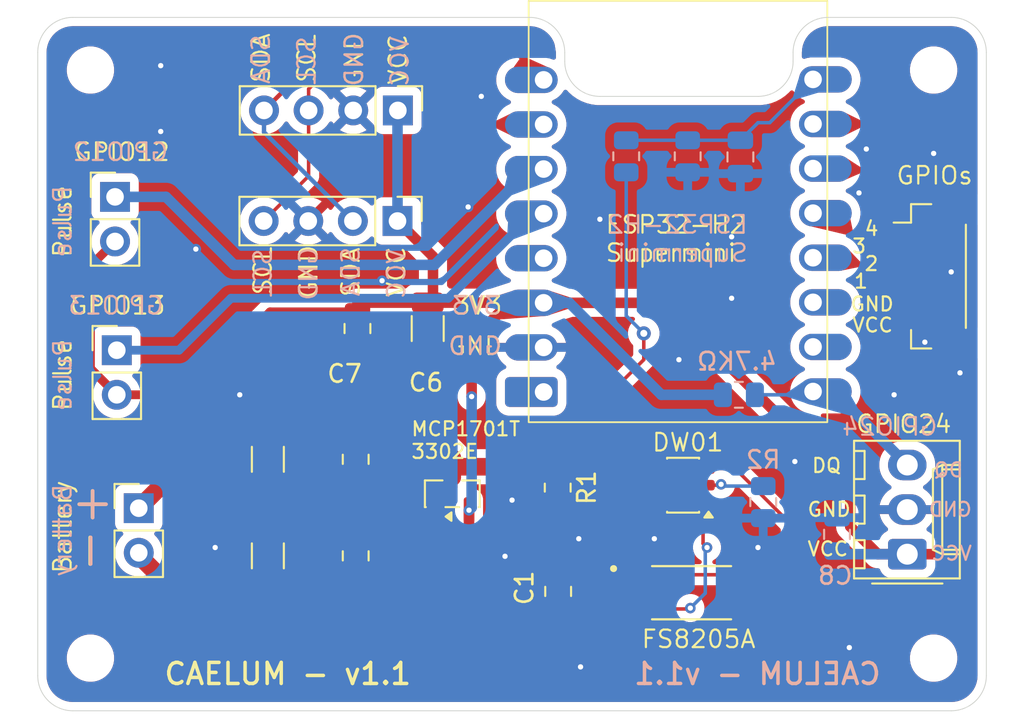
<source format=kicad_pcb>
(kicad_pcb (version 20241229) (generator "pcbnew") (generator_version "9.0")
  (layers (0 "F.Cu" signal) (2 "B.Cu" signal) (13 "F.Paste" user) (15 "B.Paste" user) (5 "F.SilkS" user "F.Silkscreen") (7 "B.SilkS" user "B.Silkscreen") (1 "F.Mask" user) (3 "B.Mask" user) (25 "Edge.Cuts" user))
  (net 0 "")
  (net 1 "Net-(U1-VCC)")
  (net 2 "BATT-")
  (net 3 "OUT-")
  (net 4 "BATT+")
  (net 5 "+3V3")
  (net 6 "Net-(U1-CS)")
  (net 8 "GPIO12")
  (net 9 "SDA")
  (net 10 "SCL")
  (net 12 "GPIO5")
  (net 13 "GPIO1")
  (net 14 "GPIO2")
  (net 15 "GPIO13")
  (net 17 "GPIO24")
  (net 18 "Net-(Q1-D12-Pad1)")
  (net 19 "Net-(Q1-G1)")
  (net 20 "Net-(Q1-G2)")
  (net 21 "GPIO3")
  (net 22 "GPIO4")
  (footprint "Capacitor_SMD:C_0805_2012Metric" (layer "F.Cu") (at 75.2 44.225 -90)
    (property "Reference" "C7" (at 2.575 0.735 0) (layer "F.SilkS"))
    (property "Value" "0.1µF")
    (fp_line (start -0.261252 0.735) (end 0.261252 0.735) (stroke (width 0.12)) (layer "F.SilkS"))
    (fp_line (start -0.261252 -0.735) (end 0.261252 -0.735) (stroke (width 0.12)) (layer "F.SilkS"))
    (pad "1" smd roundrect (at -0.95 0 270) (size 1 1.45) (layers "F.Cu" "F.Mask" "F.Paste") (net 5 "+3V3"))
    (pad "2" smd roundrect (at 0.95 0 270) (size 1 1.45) (layers "F.Cu" "F.Mask" "F.Paste") (net 3 "OUT-"))
  )
  (footprint "MountingHole:MountingHole_2.2mm_M2" (layer "F.Cu") (at 60 63)
    (property "Reference" "H2" (hide yes))
    (property "Value" "MountingHole")
    (pad "" np_thru_hole circle (at 0 0) (size 2.2 2.2) (drill 2.2) (layers "*.Cu" "*.Mask"))
  )
  (footprint "MountingHole:MountingHole_2.2mm_M2" (layer "F.Cu") (at 108 29.5)
    (property "Reference" "H3" (hide yes))
    (property "Value" "MountingHole")
    (pad "" np_thru_hole circle (at 0 0) (size 2.2 2.2) (drill 2.2) (layers "*.Cu" "*.Mask"))
  )
  (footprint "Capacitor_SMD:C_1206_3216Metric" (layer "F.Cu") (at 70.1 57.175 -90)
    (property "Reference" "C4" (hide yes))
    (property "Value" "1µF")
    (fp_line (start -0.711252 0.91) (end 0.711252 0.91) (stroke (width 0.12)) (layer "F.SilkS"))
    (fp_line (start -0.711252 -0.91) (end 0.711252 -0.91) (stroke (width 0.12)) (layer "F.SilkS"))
    (pad "1" smd roundrect (at -1.475 0 270) (size 1.15 1.8) (layers "F.Cu" "F.Mask" "F.Paste") (roundrect_rratio 0.217391) (net 3 "OUT-"))
    (pad "2" smd roundrect (at 1.475 0 270) (size 1.15 1.8) (layers "F.Cu" "F.Mask" "F.Paste") (roundrect_rratio 0.217391) (net 5 "+3V3"))
  )
  (footprint "Connector_PinHeader_2.54mm:PinHeader_1x02_P2.54mm_Vertical" (layer "F.Cu") (at 61.5 45.46)
    (property "Reference" "J6" (hide yes))
    (property "Value" "Pulse2")
    (fp_line (start -1.38 -1.38) (end 0 -1.38) (stroke (width 0.12)) (layer "F.SilkS"))
    (fp_line (start -1.38 0) (end -1.38 -1.38) (stroke (width 0.12)) (layer "F.SilkS"))
    (fp_line (start -1.38 1.27) (end -1.38 3.92) (stroke (width 0.12)) (layer "F.SilkS"))
    (fp_line (start -1.38 1.27) (end 1.38 1.27) (stroke (width 0.12)) (layer "F.SilkS"))
    (fp_line (start -1.38 3.92) (end 1.38 3.92) (stroke (width 0.12)) (layer "F.SilkS"))
    (fp_line (start 1.38 1.27) (end 1.38 3.92) (stroke (width 0.12)) (layer "F.SilkS"))
    (pad "1" thru_hole rect (at 0 0) (size 1.7 1.7) (drill 1) (layers "*.Cu" "*.Mask") (net 15 "GPIO13"))
    (pad "2" thru_hole circle (at 0 2.54) (size 1.7 1.7) (drill 1) (layers "*.Cu" "*.Mask") (net 5 "+3V3"))
  )
  (footprint "Connector_Molex:Molex_KK-254_AE-6410-03A_1x03_P2.54mm_Vertical" (layer "F.Cu") (at 106.5 57.08 90)
    (property "Reference" "J8" (hide yes))
    (property "Value" "DS18B20")
    (fp_line (start 6.46 -3.03) (end -1.38 -3.03) (stroke (width 0.12)) (layer "F.SilkS"))
    (fp_line (start 4.28 -3.03) (end 4.28 -2.43) (stroke (width 0.12)) (layer "F.SilkS"))
    (fp_line (start 1.74 -3.03) (end 1.74 -2.43) (stroke (width 0.12)) (layer "F.SilkS"))
    (fp_line (start -0.8 -3.03) (end -0.8 -2.43) (stroke (width 0.12)) (layer "F.SilkS"))
    (fp_line (start -1.38 -3.03) (end -1.38 2.99) (stroke (width 0.12)) (layer "F.SilkS"))
    (fp_line (start 5.88 -2.43) (end 5.88 -3.03) (stroke (width 0.12)) (layer "F.SilkS"))
    (fp_line (start 4.28 -2.43) (end 5.88 -2.43) (stroke (width 0.12)) (layer "F.SilkS"))
    (fp_line (start 3.34 -2.43) (end 3.34 -3.03) (stroke (width 0.12)) (layer "F.SilkS"))
    (fp_line (start 1.74 -2.43) (end 3.34 -2.43) (stroke (width 0.12)) (layer "F.SilkS"))
    (fp_line (start 0.8 -2.43) (end 0.8 -3.03) (stroke (width 0.12)) (layer "F.SilkS"))
    (fp_line (start -0.8 -2.43) (end 0.8 -2.43) (stroke (width 0.12)) (layer "F.SilkS"))
    (fp_line (start -1.67 -2) (end -1.67 2) (stroke (width 0.12)) (layer "F.SilkS"))
    (fp_line (start 4.83 1.46) (end 5.08 1.99) (stroke (width 0.12)) (layer "F.SilkS"))
    (fp_line (start 0.25 1.46) (end 4.83 1.46) (stroke (width 0.12)) (layer "F.SilkS"))
    (fp_line (start 5.08 1.99) (end 5.08 2.99) (stroke (width 0.12)) (layer "F.SilkS"))
    (fp_line (start 0 1.99) (end 0.25 1.46) (stroke (width 0.12)) (layer "F.SilkS"))
    (fp_line (start 0 1.99) (end 5.08 1.99) (stroke (width 0.12)) (layer "F.SilkS"))
    (fp_line (start 6.46 2.99) (end 6.46 -3.03) (stroke (width 0.12)) (layer "F.SilkS"))
    (fp_line (start 4.83 2.99) (end 4.83 1.99) (stroke (width 0.12)) (layer "F.SilkS"))
    (fp_line (start 0.25 2.99) (end 0.25 1.99) (stroke (width 0.12)) (layer "F.SilkS"))
    (fp_line (start 0 2.99) (end 0 1.99) (stroke (width 0.12)) (layer "F.SilkS"))
    (fp_line (start -1.38 2.99) (end 6.46 2.99) (stroke (width 0.12)) (layer "F.SilkS"))
    (pad "1" thru_hole roundrect (at 0 0 90) (size 1.74 2.19) (drill 1.19) (layers "*.Cu" "*.Mask") (roundrect_rratio 0.143678) (net 5 "+3V3"))
    (pad "2" thru_hole oval (at 2.54 0 90) (size 1.74 2.19) (drill 1.19) (layers "*.Cu" "*.Mask") (net 3 "OUT-"))
    (pad "3" thru_hole oval (at 5.08 0 90) (size 1.74 2.19) (drill 1.19) (layers "*.Cu" "*.Mask") (net 17 "GPIO24"))
  )
  (footprint "Connector_PinHeader_2.54mm:PinHeader_1x02_P2.54mm_Vertical" (layer "F.Cu") (at 61.4 36.725)
    (property "Reference" "J3" (hide yes))
    (property "Value" "Pulse1")
    (fp_line (start -1.38 -1.38) (end 0 -1.38) (stroke (width 0.12)) (layer "F.SilkS"))
    (fp_line (start -1.38 0) (end -1.38 -1.38) (stroke (width 0.12)) (layer "F.SilkS"))
    (fp_line (start -1.38 1.27) (end -1.38 3.92) (stroke (width 0.12)) (layer "F.SilkS"))
    (fp_line (start -1.38 1.27) (end 1.38 1.27) (stroke (width 0.12)) (layer "F.SilkS"))
    (fp_line (start -1.38 3.92) (end 1.38 3.92) (stroke (width 0.12)) (layer "F.SilkS"))
    (fp_line (start 1.38 1.27) (end 1.38 3.92) (stroke (width 0.12)) (layer "F.SilkS"))
    (pad "1" thru_hole rect (at 0 0) (size 1.7 1.7) (drill 1) (layers "*.Cu" "*.Mask") (net 8 "GPIO12"))
    (pad "2" thru_hole circle (at 0 2.54) (size 1.7 1.7) (drill 1) (layers "*.Cu" "*.Mask") (net 5 "+3V3"))
  )
  (footprint "Capacitor_SMD:C_0805_2012Metric" (layer "F.Cu") (at 75.1 57.175 -90)
    (property "Reference" "C5" (hide yes))
    (property "Value" "0.1µF")
    (fp_line (start -0.261252 0.735) (end 0.261252 0.735) (stroke (width 0.12)) (layer "F.SilkS"))
    (fp_line (start -0.261252 -0.735) (end 0.261252 -0.735) (stroke (width 0.12)) (layer "F.SilkS"))
    (pad "1" smd roundrect (at -0.95 0 270) (size 1 1.45) (layers "F.Cu" "F.Mask" "F.Paste") (net 3 "OUT-"))
    (pad "2" smd roundrect (at 0.95 0 270) (size 1 1.45) (layers "F.Cu" "F.Mask" "F.Paste") (net 5 "+3V3"))
  )
  (footprint "Capacitor_SMD:C_1206_3216Metric" (layer "F.Cu") (at 79.2 44.225 -90)
    (property "Reference" "C6" (at 3.075 0.1 180) (layer "F.SilkS"))
    (property "Value" "1µF")
    (fp_line (start -0.711252 0.91) (end 0.711252 0.91) (stroke (width 0.12)) (layer "F.SilkS"))
    (fp_line (start -0.711252 -0.91) (end 0.711252 -0.91) (stroke (width 0.12)) (layer "F.SilkS"))
    (pad "1" smd roundrect (at -1.475 0 270) (size 1.15 1.8) (layers "F.Cu" "F.Mask" "F.Paste") (roundrect_rratio 0.217391) (net 5 "+3V3"))
    (pad "2" smd roundrect (at 1.475 0 270) (size 1.15 1.8) (layers "F.Cu" "F.Mask" "F.Paste") (roundrect_rratio 0.217391) (net 3 "OUT-"))
  )
  (footprint "MountingHole:MountingHole_2.2mm_M2" (layer "F.Cu") (at 60 29.5)
    (property "Reference" "H1" (hide yes))
    (property "Value" "MountingHole")
    (pad "" np_thru_hole circle (at 0 0) (size 2.2 2.2) (drill 2.2) (layers "*.Cu" "*.Mask"))
  )
  (footprint "Capacitor_SMD:C_1206_3216Metric" (layer "F.Cu") (at 70.1 51.675 -90)
    (property "Reference" "C2" (hide yes))
    (property "Value" "1µF")
    (fp_line (start -0.711252 0.91) (end 0.711252 0.91) (stroke (width 0.12)) (layer "F.SilkS"))
    (fp_line (start -0.711252 -0.91) (end 0.711252 -0.91) (stroke (width 0.12)) (layer "F.SilkS"))
    (pad "1" smd roundrect (at -1.475 0 270) (size 1.15 1.8) (layers "F.Cu" "F.Mask" "F.Paste") (roundrect_rratio 0.217391) (net 4 "BATT+"))
    (pad "2" smd roundrect (at 1.475 0 270) (size 1.15 1.8) (layers "F.Cu" "F.Mask" "F.Paste") (roundrect_rratio 0.217391) (net 3 "OUT-"))
  )
  (footprint "Capacitor_SMD:C_0805_2012Metric" (layer "F.Cu") (at 86.625 59.2 -90)
    (property "Reference" "C1" (at -0.2 1.925 270) (layer "F.SilkS"))
    (property "Value" "0.1µF")
    (fp_line (start -0.261252 0.735) (end 0.261252 0.735) (stroke (width 0.12)) (layer "F.SilkS"))
    (fp_line (start -0.261252 -0.735) (end 0.261252 -0.735) (stroke (width 0.12)) (layer "F.SilkS"))
    (pad "1" smd roundrect (at -0.95 0 270) (size 1 1.45) (layers "F.Cu" "F.Mask" "F.Paste") (net 1 "Net-(U1-VCC)"))
    (pad "2" smd roundrect (at 0.95 0 270) (size 1 1.45) (layers "F.Cu" "F.Mask" "F.Paste") (net 2 "BATT-"))
  )
  (footprint "FS8205A:SOP65P640X120-8N-FC" (layer "F.Cu") (at 94.22 59.275)
    (property "Reference" "Q1" (hide yes))
    (property "Value" "FS8205A-FC")
    (fp_line (start -2.25 -1.515) (end 2.25 -1.515) (stroke (width 0.127)) (layer "F.SilkS"))
    (fp_line (start -2.25 1.515) (end 2.25 1.515) (stroke (width 0.127)) (layer "F.SilkS"))
    (fp_circle (center -4.44 -1.375) (end -4.34 -1.375) (stroke (width 0.2)) (fill no) (layer "F.SilkS"))
    (pad "1" smd roundrect (at -2.88 -0.975) (size 1.56 0.4) (layers "F.Cu" "F.Mask" "F.Paste") (roundrect_rratio 0.125) (net 18 "Net-(Q1-D12-Pad1)") (clearance 0.15))
    (pad "2" smd roundrect (at -2.88 -0.325) (size 1.56 0.4) (layers "F.Cu" "F.Mask" "F.Paste") (roundrect_rratio 0.125) (net 2 "BATT-") (clearance 0.15))
    (pad "3" smd roundrect (at -2.88 0.325) (size 1.56 0.4) (layers "F.Cu" "F.Mask" "F.Paste") (roundrect_rratio 0.125) (net 2 "BATT-") (clearance 0.15))
    (pad "4" smd roundrect (at -2.88 0.975) (size 1.56 0.4) (layers "F.Cu" "F.Mask" "F.Paste") (roundrect_rratio 0.125) (net 19 "Net-(Q1-G1)") (clearance 0.15))
    (pad "5" smd roundrect (at 2.88 0.975) (size 1.56 0.4) (layers "F.Cu" "F.Mask" "F.Paste") (roundrect_rratio 0.125) (net 20 "Net-(Q1-G2)") (clearance 0.15))
    (pad "6" smd roundrect (at 2.88 0.325) (size 1.56 0.4) (layers "F.Cu" "F.Mask" "F.Paste") (roundrect_rratio 0.125) (net 3 "OUT-") (clearance 0.15))
    (pad "7" smd roundrect (at 2.88 -0.325) (size 1.56 0.4) (layers "F.Cu" "F.Mask" "F.Paste") (roundrect_rratio 0.125) (net 3 "OUT-") (clearance 0.15))
    (pad "8" smd roundrect (at 2.88 -0.975) (size 1.56 0.4) (layers "F.Cu" "F.Mask" "F.Paste") (roundrect_rratio 0.125) (net 18 "Net-(Q1-D12-Pad1)") (clearance 0.15))
  )
  (footprint "Package_TO_SOT_SMD:SOT-23" (layer "F.Cu") (at 80.6 53.6375 90)
    (property "Reference" "U2" (hide yes))
    (property "Value" "MCP1700T-3302E")
    (fp_line (start 0.76 -1.56) (end 0.76 -0.56) (stroke (width 0.12)) (layer "F.SilkS"))
    (fp_line (start -0.76 -1.56) (end 0.76 -1.56) (stroke (width 0.12)) (layer "F.SilkS"))
    (fp_line (start -0.76 -1.51) (end -0.76 -1.56) (stroke (width 0.12)) (layer "F.SilkS"))
    (fp_line (start -0.76 0.39) (end -0.76 -0.39) (stroke (width 0.12)) (layer "F.SilkS"))
    (fp_line (start 0.76 0.56) (end 0.76 1.56) (stroke (width 0.12)) (layer "F.SilkS"))
    (fp_line (start 0.76 1.56) (end -0.76 1.56) (stroke (width 0.12)) (layer "F.SilkS"))
    (fp_line (start -0.76 1.56) (end -0.76 1.51) (stroke (width 0.12)) (layer "F.SilkS"))
    (fp_poly (pts (xy -1.3 -0.38) (xy -1.06 -0.05) (xy -1.54 -0.05)) (stroke (width 0.12)) (fill yes) (layer "F.SilkS"))
    (pad "1" smd roundrect (at -0.9375 -0.95 90) (size 1.475 0.6) (layers "F.Cu" "F.Mask" "F.Paste") (net 3 "OUT-"))
    (pad "2" smd roundrect (at -0.9375 0.95 90) (size 1.475 0.6) (layers "F.Cu" "F.Mask" "F.Paste") (net 5 "+3V3"))
    (pad "3" smd roundrect (at 0.9375 0 90) (size 1.475 0.6) (layers "F.Cu" "F.Mask" "F.Paste") (net 4 "BATT+"))
  )
  (footprint "Connector_PinHeader_2.54mm:PinHeader_1x04_P2.54mm_Vertical" (layer "F.Cu") (at 77.48 38.1 -90)
    (property "Reference" "J7" (hide yes))
    (property "Value" "Conn_01x04_Pin")
    (fp_line (start -1.38 9) (end 1.38 9) (stroke (width 0.12)) (layer "F.SilkS"))
    (fp_line (start -1.38 1.27) (end -1.38 9) (stroke (width 0.12)) (layer "F.SilkS"))
    (fp_line (start -1.38 1.27) (end 1.38 1.27) (stroke (width 0.12)) (layer "F.SilkS"))
    (fp_line (start 1.38 1.27) (end 1.38 9) (stroke (width 0.12)) (layer "F.SilkS"))
    (fp_line (start -1.38 0) (end -1.38 -1.38) (stroke (width 0.12)) (layer "F.SilkS"))
    (fp_line (start -1.38 -1.38) (end 0 -1.38) (stroke (width 0.12)) (layer "F.SilkS"))
    (pad "1" thru_hole rect (at 0 0 270) (size 1.7 1.7) (drill 1) (layers "*.Cu" "*.Mask") (net 5 "+3V3"))
    (pad "2" thru_hole circle (at 0 2.54 270) (size 1.7 1.7) (drill 1) (layers "*.Cu" "*.Mask") (net 9 "SDA"))
    (pad "3" thru_hole circle (at 0 5.08 270) (size 1.7 1.7) (drill 1) (layers "*.Cu" "*.Mask") (net 3 "OUT-"))
    (pad "4" thru_hole circle (at 0 7.62 270) (size 1.7 1.7) (drill 1) (layers "*.Cu" "*.Mask") (net 10 "SCL"))
  )
  (footprint "Connector_PinHeader_2.54mm:PinHeader_1x02_P2.54mm_Vertical" (layer "F.Cu") (at 62.75 54.46)
    (property "Reference" "J4" (hide yes))
    (property "Value" "Batt")
    (fp_line (start -1.38 -1.38) (end 0 -1.38) (stroke (width 0.12)) (layer "F.SilkS"))
    (fp_line (start -1.38 0) (end -1.38 -1.38) (stroke (width 0.12)) (layer "F.SilkS"))
    (fp_line (start -1.38 1.27) (end -1.38 3.92) (stroke (width 0.12)) (layer "F.SilkS"))
    (fp_line (start -1.38 1.27) (end 1.38 1.27) (stroke (width 0.12)) (layer "F.SilkS"))
    (fp_line (start -1.38 3.92) (end 1.38 3.92) (stroke (width 0.12)) (layer "F.SilkS"))
    (fp_line (start 1.38 1.27) (end 1.38 3.92) (stroke (width 0.12)) (layer "F.SilkS"))
    (pad "1" thru_hole rect (at 0 0) (size 1.7 1.7) (drill 1) (layers "*.Cu" "*.Mask") (net 4 "BATT+"))
    (pad "2" thru_hole circle (at 0 2.54) (size 1.7 1.7) (drill 1) (layers "*.Cu" "*.Mask") (net 2 "BATT-"))
  )
  (footprint "Connector_PinHeader_2.54mm:PinHeader_1x04_P2.54mm_Vertical" (layer "F.Cu") (at 77.5 31.8 -90)
    (property "Reference" "J10" (hide yes))
    (property "Value" "Conn_01x04_Pin")
    (fp_line (start -1.38 9) (end 1.38 9) (stroke (width 0.12)) (layer "F.SilkS"))
    (fp_line (start -1.38 1.27) (end -1.38 9) (stroke (width 0.12)) (layer "F.SilkS"))
    (fp_line (start -1.38 1.27) (end 1.38 1.27) (stroke (width 0.12)) (layer "F.SilkS"))
    (fp_line (start 1.38 1.27) (end 1.38 9) (stroke (width 0.12)) (layer "F.SilkS"))
    (fp_line (start -1.38 0) (end -1.38 -1.38) (stroke (width 0.12)) (layer "F.SilkS"))
    (fp_line (start -1.38 -1.38) (end 0 -1.38) (stroke (width 0.12)) (layer "F.SilkS"))
    (pad "1" thru_hole rect (at 0 0 270) (size 1.7 1.7) (drill 1) (layers "*.Cu" "*.Mask") (net 5 "+3V3"))
    (pad "2" thru_hole circle (at 0 2.54 270) (size 1.7 1.7) (drill 1) (layers "*.Cu" "*.Mask") (net 3 "OUT-"))
    (pad "3" thru_hole circle (at 0 5.08 270) (size 1.7 1.7) (drill 1) (layers "*.Cu" "*.Mask") (net 10 "SCL"))
    (pad "4" thru_hole circle (at 0 7.62 270) (size 1.7 1.7) (drill 1) (layers "*.Cu" "*.Mask") (net 9 "SDA"))
  )
  (footprint "MountingHole:MountingHole_2.2mm_M2" (layer "F.Cu") (at 108 63)
    (property "Reference" "H4" (hide yes))
    (property "Value" "MountingHole")
    (pad "" np_thru_hole circle (at 0 0) (size 2.2 2.2) (drill 2.2) (layers "*.Cu" "*.Mask"))
  )
  (footprint "esp32-h2-supermini:ESP32H2-Supermini" (layer "F.Cu") (at 92.947363 50.559822)
    (property "Reference" "U3" (hide yes))
    (property "Value" "ESP32-H2-SUPERMINI")
    (fp_rect (start -8 -25) (end 9 -1) (stroke (width 0.1)) (fill no) (layer "F.SilkS"))
    (pad "2" thru_hole oval (at -7.15 -20.5 180) (size 3 1.5) (drill 1 (offset 0.7 0)) (layers "*.Cu" "*.Mask") (net 9 "SDA"))
    (pad "3" thru_hole oval (at -7.15 -17.96 180) (size 3 1.5) (drill 1 (offset 0.7 0)) (layers "*.Cu" "*.Mask") (net 10 "SCL"))
    (pad "4" thru_hole oval (at -7.15 -15.42 180) (size 3 1.5) (drill 1 (offset 0.7 0)) (layers "*.Cu" "*.Mask") (net 8 "GPIO12"))
    (pad "5" thru_hole oval (at -7.15 -12.88 180) (size 3 1.5) (drill 1 (offset 0.7 0)) (layers "*.Cu" "*.Mask") (net 15 "GPIO13"))
    (pad "6" thru_hole oval (at -7.15 -10.34 180) (size 3 1.5) (drill 1 (offset 0.7 0)) (layers "*.Cu" "*.Mask"))
    (pad "7" thru_hole oval (at -7.15 -7.8 180) (size 3 1.5) (drill 1 (offset 0.7 0)) (layers "*.Cu" "*.Mask") (net 5 "+3V3"))
    (pad "8" thru_hole oval (at -7.15 -5.26 180) (size 3 1.5) (drill 1 (offset 0.7 0)) (layers "*.Cu" "*.Mask") (net 3 "OUT-"))
    (pad "9" thru_hole roundrect (at -7.15 -2.72 180) (size 3 1.7) (drill 1 (offset 0.7 0)) (layers "*.Cu" "*.Mask") (roundrect_rratio 0.1470588235))
    (pad "12" thru_hole oval (at 8.188242 -20.527323) (size 3 1.5) (drill 1 (offset 0.7 0)) (layers "*.Cu" "*.Mask") (net 12 "GPIO5"))
    (pad "13" thru_hole oval (at 8.188242 -17.987323) (size 3 1.5) (drill 1 (offset 0.7 0)) (layers "*.Cu" "*.Mask") (net 22 "GPIO4"))
    (pad "14" thru_hole oval (at 8.188242 -15.447323) (size 3 1.5) (drill 1 (offset 0.7 0)) (layers "*.Cu" "*.Mask") (net 21 "GPIO3"))
    (pad "15" thru_hole oval (at 8.188242 -12.907323) (size 3 1.5) (drill 1 (offset 0.7 0)) (layers "*.Cu" "*.Mask") (net 14 "GPIO2"))
    (pad "16" thru_hole oval (at 8.188242 -10.367323) (size 3 1.5) (drill 1 (offset 0.7 0)) (layers "*.Cu" "*.Mask") (net 13 "GPIO1"))
    (pad "17" thru_hole oval (at 8.188242 -7.827323) (size 3 1.5) (drill 1 (offset 0.7 0)) (layers "*.Cu" "*.Mask"))
    (pad "18" thru_hole oval (at 8.188242 -5.287323) (size 3 1.5) (drill 1 (offset 0.7 0)) (layers "*.Cu" "*.Mask"))
    (pad "19" thru_hole oval (at 8.188242 -2.747323) (size 3 1.5) (drill 1 (offset 0.7 0)) (layers "*.Cu" "*.Mask") (net 17 "GPIO24"))
  )
  (footprint "Resistor_SMD:R_0805_2012Metric" (layer "F.Cu") (at 86.6 53.2875 -90)
    (property "Reference" "R1" (at 0 -1.65 90) (layer "F.SilkS"))
    (property "Value" "100R")
    (fp_line (start -0.227064 0.735) (end 0.227064 0.735) (stroke (width 0.12)) (layer "F.SilkS"))
    (fp_line (start -0.227064 -0.735) (end 0.227064 -0.735) (stroke (width 0.12)) (layer "F.SilkS"))
    (pad "1" smd roundrect (at -0.9125 0 270) (size 1.025 1.4) (layers "F.Cu" "F.Mask" "F.Paste") (roundrect_rratio 0.243902) (net 4 "BATT+"))
    (pad "2" smd roundrect (at 0.9125 0 270) (size 1.025 1.4) (layers "F.Cu" "F.Mask" "F.Paste") (roundrect_rratio 0.243902) (net 1 "Net-(U1-VCC)"))
  )
  (footprint "Capacitor_SMD:C_0805_2012Metric" (layer "F.Cu") (at 75.1 51.675 -90)
    (property "Reference" "C3" (hide yes))
    (property "Value" "0.1µF")
    (fp_line (start -0.261252 0.735) (end 0.261252 0.735) (stroke (width 0.12)) (layer "F.SilkS"))
    (fp_line (start -0.261252 -0.735) (end 0.261252 -0.735) (stroke (width 0.12)) (layer "F.SilkS"))
    (pad "1" smd roundrect (at -0.95 0 270) (size 1 1.45) (layers "F.Cu" "F.Mask" "F.Paste") (net 4 "BATT+"))
    (pad "2" smd roundrect (at 0.95 0 270) (size 1 1.45) (layers "F.Cu" "F.Mask" "F.Paste") (net 3 "OUT-"))
  )
  (footprint "Package_TO_SOT_SMD:SOT-23-6" (layer "F.Cu") (at 93.7375 53.15 180)
    (property "Reference" "U1" (hide yes))
    (property "Value" "DW01A")
    (fp_line (start 0.91 1.56) (end -0.91 1.56) (stroke (width 0.12)) (layer "F.SilkS"))
    (fp_line (start 0.91 1.51) (end 0.91 1.56) (stroke (width 0.12)) (layer "F.SilkS"))
    (fp_line (start 0.91 -1.56) (end 0.91 -1.51) (stroke (width 0.12)) (layer "F.SilkS"))
    (fp_line (start -0.91 1.56) (end -0.91 1.51) (stroke (width 0.12)) (layer "F.SilkS"))
    (fp_line (start -0.91 -1.51) (end -0.91 -1.56) (stroke (width 0.12)) (layer "F.SilkS"))
    (fp_line (start -0.91 -1.56) (end 0.91 -1.56) (stroke (width 0.12)) (layer "F.SilkS"))
    (fp_poly (pts (xy -1.45 -1.51) (xy -1.69 -1.84) (xy -1.21 -1.84)) (stroke (width 0.12)) (fill yes) (layer "F.SilkS"))
    (pad "1" smd roundrect (at -1.1375 -0.95 180) (size 1.325 0.6) (layers "F.Cu" "F.Mask" "F.Paste") (net 19 "Net-(Q1-G1)"))
    (pad "2" smd roundrect (at -1.1375 0 180) (size 1.325 0.6) (layers "F.Cu" "F.Mask" "F.Paste") (net 6 "Net-(U1-CS)"))
    (pad "3" smd roundrect (at -1.1375 0.95 180) (size 1.325 0.6) (layers "F.Cu" "F.Mask" "F.Paste") (net 20 "Net-(Q1-G2)"))
    (pad "4" smd roundrect (at 1.1375 0.95 180) (size 1.325 0.6) (layers "F.Cu" "F.Mask" "F.Paste"))
    (pad "5" smd roundrect (at 1.1375 0 180) (size 1.325 0.6) (layers "F.Cu" "F.Mask" "F.Paste") (net 1 "Net-(U1-VCC)"))
    (pad "6" smd roundrect (at 1.1375 -0.95 180) (size 1.325 0.6) (layers "F.Cu" "F.Mask" "F.Paste") (net 2 "BATT-"))
  )
  (footprint "Connector_JST:JST_SH_BM06B-SRSS-TB_1x06-1MP_P1.00mm_Vertical" (layer "F.Cu") (at 107.825 41.25 -90)
    (property "Reference" "J1" (hide yes))
    (property "Value" "Conn_01x06_Pin")
    (fp_line (start -4.11 1.11) (end -3.06 1.11) (stroke (width 0.12)) (layer "F.SilkS"))
    (fp_line (start -3.06 1.11) (end -3.06 2.1) (stroke (width 0.12)) (layer "F.SilkS"))
    (fp_line (start 4.11 1.11) (end 3.06 1.11) (stroke (width 0.12)) (layer "F.SilkS"))
    (fp_line (start -4.11 -0.04) (end -4.11 1.11) (stroke (width 0.12)) (layer "F.SilkS"))
    (fp_line (start 4.11 -0.04) (end 4.11 1.11) (stroke (width 0.12)) (layer "F.SilkS"))
    (fp_line (start -2.94 -2.01) (end 2.94 -2.01) (stroke (width 0.12)) (layer "F.SilkS"))
    (pad "1" smd roundrect (at -2.5 1.325 270) (size 0.6 1.55) (layers "F.Cu" "F.Mask" "F.Paste") (net 22 "GPIO4"))
    (pad "2" smd roundrect (at -1.5 1.325 270) (size 0.6 1.55) (layers "F.Cu" "F.Mask" "F.Paste") (net 21 "GPIO3"))
    (pad "3" smd roundrect (at -0.5 1.325 270) (size 0.6 1.55) (layers "F.Cu" "F.Mask" "F.Paste") (net 14 "GPIO2"))
    (pad "4" smd roundrect (at 0.5 1.325 270) (size 0.6 1.55) (layers "F.Cu" "F.Mask" "F.Paste") (net 13 "GPIO1"))
    (pad "5" smd roundrect (at 1.5 1.325 270) (size 0.6 1.55) (layers "F.Cu" "F.Mask" "F.Paste") (net 3 "OUT-"))
    (pad "6" smd roundrect (at 2.5 1.325 270) (size 0.6 1.55) (layers "F.Cu" "F.Mask" "F.Paste") (net 5 "+3V3"))
    (pad "MP" smd roundrect (at -3.8 -1.2 270) (size 1.2 1.8) (layers "F.Cu" "F.Mask" "F.Paste") (roundrect_rratio 0.208333))
    (pad "MP" smd roundrect (at 3.8 -1.2 270) (size 1.2 1.8) (layers "F.Cu" "F.Mask" "F.Paste") (roundrect_rratio 0.208333))
  )
  (footprint "Resistor_SMD:R_0805_2012Metric" (layer "B.Cu") (at 98.3 54.1125 -90)
    (property "Reference" "R2" (at -2.4125 0 180) (layer "B.SilkS") (effects (justify mirror)))
    (property "Value" "1K")
    (fp_line (start -0.227064 0.735) (end 0.227064 0.735) (stroke (width 0.12)) (layer "B.SilkS"))
    (fp_line (start -0.227064 -0.735) (end 0.227064 -0.735) (stroke (width 0.12)) (layer "B.SilkS"))
    (pad "1" smd roundrect (at -0.9125 0 270) (size 1.025 1.4) (layers "B.Cu" "B.Mask" "B.Paste") (roundrect_rratio 0.243902) (net 6 "Net-(U1-CS)"))
    (pad "2" smd roundrect (at 0.9125 0 270) (size 1.025 1.4) (layers "B.Cu" "B.Mask" "B.Paste") (roundrect_rratio 0.243902) (net 3 "OUT-"))
  )
  (footprint "Resistor_SMD:R_0805_2012Metric" (layer "B.Cu") (at 96.9125 48)
    (property "Reference" "R3" (hide yes))
    (property "Value" "4.7K")
    (fp_line (start -0.227064 -0.735) (end 0.227064 -0.735) (stroke (width 0.12)) (layer "B.SilkS"))
    (fp_line (start -0.227064 0.735) (end 0.227064 0.735) (stroke (width 0.12)) (layer "B.SilkS"))
    (pad "1" smd roundrect (at -0.9125 0) (size 1.025 1.4) (layers "B.Cu" "B.Mask" "B.Paste") (roundrect_rratio 0.243902) (net 5 "+3V3"))
    (pad "2" smd roundrect (at 0.9125 0) (size 1.025 1.4) (layers "B.Cu" "B.Mask" "B.Paste") (roundrect_rratio 0.243902) (net 17 "GPIO24"))
  )
  (footprint "Resistor_SMD:R_0805_2012Metric" (layer "B.Cu") (at 90.5 34.4125 -90)
    (property "Reference" "R4" (hide yes))
    (property "Value" "100K")
    (fp_line (start -0.227064 0.735) (end 0.227064 0.735) (stroke (width 0.12)) (layer "B.SilkS"))
    (fp_line (start -0.227064 -0.735) (end 0.227064 -0.735) (stroke (width 0.12)) (layer "B.SilkS"))
    (pad "1" smd roundrect (at -0.9125 0 270) (size 1.025 1.4) (layers "B.Cu" "B.Mask" "B.Paste") (roundrect_rratio 0.243902) (net 12 "GPIO5"))
    (pad "2" smd roundrect (at 0.9125 0 270) (size 1.025 1.4) (layers "B.Cu" "B.Mask" "B.Paste") (roundrect_rratio 0.243902) (net 4 "BATT+"))
  )
  (footprint "Resistor_SMD:R_0805_2012Metric" (layer "B.Cu") (at 94 34.4125 90)
    (property "Reference" "R5" (hide yes))
    (property "Value" "100K")
    (fp_line (start -0.227064 -0.735) (end 0.227064 -0.735) (stroke (width 0.12)) (layer "B.SilkS"))
    (fp_line (start -0.227064 0.735) (end 0.227064 0.735) (stroke (width 0.12)) (layer "B.SilkS"))
    (pad "1" smd roundrect (at -0.9125 0 90) (size 1.025 1.4) (layers "B.Cu" "B.Mask" "B.Paste") (roundrect_rratio 0.243902) (net 3 "OUT-"))
    (pad "2" smd roundrect (at 0.9125 0 90) (size 1.025 1.4) (layers "B.Cu" "B.Mask" "B.Paste") (roundrect_rratio 0.243902) (net 12 "GPIO5"))
  )
  (footprint "Capacitor_SMD:C_0805_2012Metric" (layer "B.Cu") (at 102.5 55.95 -90)
    (property "Reference" "C8" (at 2.35 0.1 180) (layer "B.SilkS") (effects (justify mirror)))
    (property "Value" "0.1µF")
    (fp_line (start -0.261252 0.735) (end 0.261252 0.735) (stroke (width 0.12)) (layer "B.SilkS"))
    (fp_line (start -0.261252 -0.735) (end 0.261252 -0.735) (stroke (width 0.12)) (layer "B.SilkS"))
    (pad "1" smd roundrect (at -0.95 0 270) (size 1 1.45) (layers "B.Cu" "B.Mask" "B.Paste") (net 3 "OUT-"))
    (pad "2" smd roundrect (at 0.95 0 270) (size 1 1.45) (layers "B.Cu" "B.Mask" "B.Paste") (net 5 "+3V3"))
  )
  (footprint "Capacitor_SMD:C_0805_2012Metric" (layer "B.Cu") (at 97 34.45 -90)
    (property "Reference" "C9" (hide yes))
    (property "Value" "0.1µF")
    (fp_line (start -0.261252 0.735) (end 0.261252 0.735) (stroke (width 0.12)) (layer "B.SilkS"))
    (fp_line (start -0.261252 -0.735) (end 0.261252 -0.735) (stroke (width 0.12)) (layer "B.SilkS"))
    (pad "1" smd roundrect (at -0.95 0 270) (size 1 1.45) (layers "B.Cu" "B.Mask" "B.Paste") (net 12 "GPIO5"))
    (pad "2" smd roundrect (at 0.95 0 270) (size 1 1.45) (layers "B.Cu" "B.Mask" "B.Paste") (net 3 "OUT-"))
  )
  (gr_line (start 92.7 54.2) (end 92.6 54.1) (stroke (width 0.2)) (layer "F.Cu") (net 2))
  (gr_line (start 92.6 54.1) (end 92.2 54.3) (stroke (width 0.2)) (layer "F.Cu") (net 2))
  (gr_line (start 100 28.5) (end 100 29) (stroke (width 0.05)) (layer "Edge.Cuts"))
  (gr_arc (start 111 64) (mid 110.414214 65.414214) (end 109 66) (stroke (width 0.05)) (layer "Edge.Cuts"))
  (gr_arc (start 109 26.5) (mid 110.414214 27.085786) (end 111 28.5) (stroke (width 0.05)) (layer "Edge.Cuts"))
  (gr_line (start 87 28.5) (end 87 29) (stroke (width 0.05)) (layer "Edge.Cuts"))
  (gr_line (start 111 64) (end 111 28.5) (stroke (width 0.05)) (layer "Edge.Cuts"))
  (gr_arc (start 57 28.5) (mid 57.585786 27.085786) (end 59 26.5) (stroke (width 0.05)) (layer "Edge.Cuts"))
  (gr_line (start 59 26.5) (end 85 26.5) (stroke (width 0.05)) (layer "Edge.Cuts"))
  (gr_arc (start 100 29) (mid 99.414214 30.414214) (end 98 31) (stroke (width 0.05)) (layer "Edge.Cuts"))
  (gr_line (start 89 31) (end 98 31) (stroke (width 0.05)) (layer "Edge.Cuts"))
  (gr_arc (start 85 26.5) (mid 86.414214 27.085786) (end 87 28.5) (stroke (width 0.05)) (layer "Edge.Cuts"))
  (gr_line (start 109 26.5) (end 102 26.5) (stroke (width 0.05)) (layer "Edge.Cuts"))
  (gr_line (start 57 28.5) (end 57 64) (stroke (width 0.05)) (layer "Edge.Cuts"))
  (gr_arc (start 89 31) (mid 87.585786 30.414214) (end 87 29) (stroke (width 0.05)) (layer "Edge.Cuts"))
  (gr_arc (start 59 66) (mid 57.585786 65.414214) (end 57 64) (stroke (width 0.05)) (layer "Edge.Cuts"))
  (gr_line (start 59 66) (end 109 66) (stroke (width 0.05)) (layer "Edge.Cuts"))
  (gr_arc (start 100 28.5) (mid 100.585786 27.085786) (end 102 26.5) (stroke (width 0.05)) (layer "Edge.Cuts"))
  (gr_text "Battery" (at 59 58.25 90) (layer "F.SilkS") (effects (font (size 1 1) (thickness 0.125)) (justify left bottom)))
  (gr_text "DQ" (at 101 52.5 0) (layer "F.SilkS") (effects (font (size 0.8 0.8) (thickness 0.125)) (justify left bottom)))
  (gr_text "CAELUM - v1.1" (at 64.1 64.6 0) (layer "F.SilkS") (effects (font (size 1.2 1.2) (thickness 0.2) (bold yes)) (justify left bottom)))
  (gr_text "GND" (at 100.75 55 0) (layer "F.SilkS") (effects (font (size 0.8 0.8) (thickness 0.125)) (justify left bottom)))
  (gr_text "GND" (at 75.59 30.5 90) (layer "F.SilkS") (effects (font (size 1 1) (thickness 0.125)) (justify left bottom)))
  (gr_text "4" (at 104 39 0) (layer "F.SilkS") (effects (font (size 0.8 0.8) (thickness 0.125)) (justify left bottom)))
  (gr_text "2" (at 104 41 0) (layer "F.SilkS") (effects (font (size 0.8 0.8) (thickness 0.125)) (justify left bottom)))
  (gr_text "MCP1701T\n3302E" (at 78.2 51.7 0) (layer "F.SilkS") (effects (font (size 0.8 0.8) (thickness 0.125)) (justify left bottom)))
  (gr_text "VCC" (at 78 42.5 90) (layer "F.SilkS") (effects (font (size 1 1) (thickness 0.125)) (justify left bottom)))
  (gr_text "GPIO24" (at 103.5 50.25 0) (layer "F.SilkS") (effects (font (size 1 1) (thickness 0.125)) (justify left bottom)))
  (gr_text "SCL" (at 70.4 42.4 90) (layer "F.SilkS") (effects (font (size 1 1) (thickness 0.125)) (justify left bottom)))
  (gr_text "Pulse" (at 59 40.25 90) (layer "F.SilkS") (effects (font (size 1 1) (thickness 0.125)) (justify left bottom)))
  (gr_text "SDA" (at 75.4 42.5 90) (layer "F.SilkS") (effects (font (size 1 1) (thickness 0.125)) (justify left bottom)))
  (gr_text "SDA" (at 70.29 30.3 90) (layer "F.SilkS") (effects (font (size 1 1) (thickness 0.125)) (justify left bottom)))
  (gr_text "GPIOs" (at 105.805103 36.093748 0) (layer "F.SilkS") (effects (font (size 1 1) (thickness 0.125)) (justify left bottom)))
  (gr_text "VCC" (at 78.09 30.4 90) (layer "F.SilkS") (effects (font (size 1 1) (thickness 0.125)) (justify left bottom)))
  (gr_text "GND" (at 103.2 43.3 0) (layer "F.SilkS") (effects (font (size 0.8 0.8) (thickness 0.125)) (justify left bottom)))
  (gr_text "1" (at 103.4 42 0) (layer "F.SilkS") (effects (font (size 0.8 0.8) (thickness 0.125)) (justify left bottom)))
  (gr_text "GND" (at 80.3 45.8 0) (layer "F.SilkS") (effects (font (size 1 1) (thickness 0.125)) (justify left bottom)))
  (gr_text "VCC" (at 100.75 57.25 0) (layer "F.SilkS") (effects (font (size 0.8 0.8) (thickness 0.125)) (justify left bottom)))
  (gr_text "3" (at 103.3 40 0) (layer "F.SilkS") (effects (font (size 0.8 0.8) (thickness 0.125)) (justify left bottom)))
  (gr_text "SCL" (at 72.89 30.3 90) (layer "F.SilkS") (effects (font (size 1 1) (thickness 0.125)) (justify left bottom)))
  (gr_text "Pulse" (at 59 49 90) (layer "F.SilkS") (effects (font (size 1 1) (thickness 0.125)) (justify left bottom)))
  (gr_text "VCC" (at 103.3 44.5 0) (layer "F.SilkS") (effects (font (size 0.8 0.8) (thickness 0.125)) (justify left bottom)))
  (gr_text "FS8205A" (at 91.3 62.5 0) (layer "F.SilkS") (effects (font (size 1 1) (thickness 0.125)) (justify left bottom)))
  (gr_text "GND" (at 73 42.6 90) (layer "F.SilkS") (effects (font (size 1 1) (thickness 0.125)) (justify left bottom)))
  (gr_text "3V3" (at 80.6 43.5 0) (layer "F.SilkS") (effects (font (size 1 1) (thickness 0.125)) (justify left bottom)))
  (gr_text "+" (at 58.75 55.25 0) (layer "F.SilkS") (effects (font (size 2 2) (thickness 0.2)) (justify left bottom)))
  (gr_text "GPIO13" (at 58.75 43.5 0) (layer "F.SilkS") (effects (font (size 1 1) (thickness 0.125)) (justify left bottom)))
  (gr_text "GPIO12" (at 59 34.75 0) (layer "F.SilkS") (effects (font (size 1 1) (thickness 0.125)) (justify left bottom)))
  (gr_text "DW01" (at 91.9 51.3 0) (layer "F.SilkS") (effects (font (size 1 1) (thickness 0.125)) (justify left bottom)))
  (gr_text "ESP32-H2 \nSupermini" (at 89.25 40.5 0) (layer "F.SilkS") (effects (font (size 1 1) (thickness 0.125)) (justify left bottom)))
  (gr_text "-" (at 61 58.25 90) (layer "F.SilkS") (effects (font (size 2 2) (thickness 0.2)) (justify left bottom)))
  (gr_text "GND" (at 110.25 55 0) (layer "B.SilkS") (effects (font (size 0.8 0.8) (thickness 0.125)) (justify left bottom mirror)))
  (gr_text "VCC" (at 78.19 27.5 90) (layer "B.SilkS") (effects (font (size 1 1) (thickness 0.125)) (justify left bottom mirror)))
  (gr_text "GPIO24" (at 108.3 50.4 -0) (layer "B.SilkS") (effects (font (size 1 1) (thickness 0.125)) (justify left bottom mirror)))
  (gr_text "SCL" (at 72.89 27.5 90) (layer "B.SilkS") (effects (font (size 1 1) (thickness 0.125)) (justify left bottom mirror)))
  (gr_text "GPIO13" (at 64.25 43.5 -0) (layer "B.SilkS") (effects (font (size 1 1) (thickness 0.125)) (justify left bottom mirror)))
  (gr_text "+" (at 61.5 55.25 -0) (layer "B.SilkS") (effects (font (size 2 2) (thickness 0.2)) (justify left bottom mirror)))
  (gr_text "GND" (at 83.5 45.8 -0) (layer "B.SilkS") (effects (font (size 1 1) (thickness 0.125)) (justify left bottom mirror)))
  (gr_text "-" (at 59 58.25 -90) (layer "B.SilkS") (effects (font (size 2 2) (thickness 0.2)) (justify left bottom mirror)))
  (gr_text "Pulse" (at 59 44.75 90) (layer "B.SilkS") (effects (font (size 1 1) (thickness 0.125)) (justify left bottom mirror)))
  (gr_text "VCC" (at 110.25 57.5 0) (layer "B.SilkS") (effects (font (size 0.8 0.8) (thickness 0.125)) (justify left bottom mirror)))
  (gr_text "3V3" (at 83.4 43.5 -0) (layer "B.SilkS") (effects (font (size 1 1) (thickness 0.125)) (justify left bottom mirror)))
  (gr_text "SDA" (at 70.29 27.4 90) (layer "B.SilkS") (effects (font (size 1 1) (thickness 0.125)) (justify left bottom mirror)))
  (gr_text "GPIO12" (at 64.5 34.75 -0) (layer "B.SilkS") (effects (font (size 1 1) (thickness 0.125)) (justify left bottom mirror)))
  (gr_text "SDA" (at 75.4 39.5 90) (layer "B.SilkS") (effects (font (size 1 1) (thickness 0.125)) (justify left bottom mirror)))
  (gr_text "DQ" (at 109.75 52.75 0) (layer "B.SilkS") (effects (font (size 0.8 0.8) (thickness 0.125)) (justify left bottom mirror)))
  (gr_text "GND" (at 73 39.5 90) (layer "B.SilkS") (effects (font (size 1 1) (thickness 0.125)) (justify left bottom mirror)))
  (gr_text "CAELUM - v1.1" (at 105.1 64.6 0) (layer "B.SilkS") (effects (font (size 1.2 1.2) (thickness 0.2) (bold yes)) (justify left bottom mirror)))
  (gr_text "VCC" (at 78 39.6 90) (layer "B.SilkS") (effects (font (size 1 1) (thickness 0.125)) (justify left bottom mirror)))
  (gr_text "SCL" (at 70.4 39.6 90) (layer "B.SilkS") (effects (font (size 1 1) (thickness 0.125)) (justify left bottom mirror)))
  (gr_text "Battery" (at 59 53 90) (layer "B.SilkS") (effects (font (size 1 1) (thickness 0.125)) (justify left bottom mirror)))
  (gr_text "Pulse" (at 59 36 90) (layer "B.SilkS") (effects (font (size 1 1) (thickness 0.125)) (justify left bottom mirror)))
  (gr_text "4.7KΩ" (at 96.8 46.1 0) (layer "B.SilkS") (effects (font (size 1 1)) (justify mirror)))
  (gr_text "ESP32-H2 \nSupermini" (at 97.5 40.5 -0) (layer "B.SilkS") (effects (font (size 1 1) (thickness 0.125)) (justify left bottom mirror)))
  (gr_text "GND" (at 75.59 27.3 90) (layer "B.SilkS") (effects (font (size 1 1) (thickness 0.125)) (justify left bottom mirror)))
  (segment (start 86.6 54.2) (end 88.4 54.2) (width 0.4) (layer "F.Cu") (net 1))
  (segment (start 89.45 53.15) (end 92.6 53.15) (width 0.4) (layer "F.Cu") (net 1))
  (segment (start 86.625 54.225) (end 86.6 54.2) (width 0.4) (layer "F.Cu") (net 1))
  (segment (start 86.625 57.725) (end 86.625 54.225) (width 0.4) (layer "F.Cu") (net 1))
  (segment (start 88.4 54.2) (end 89.45 53.15) (width 0.4) (layer "F.Cu") (net 1))
  (segment (start 86.625 60.675) (end 80.925 60.675) (width 1) (layer "F.Cu") (net 2))
  (segment (start 89.2 55.7) (end 90.8 54.1) (width 0.4) (layer "F.Cu") (net 2))
  (segment (start 80.2 61.4) (end 67 61.4) (width 1) (layer "F.Cu") (net 2))
  (segment (start 88.325 60.675) (end 89.2 59.8) (width 0.4) (layer "F.Cu") (net 2))
  (segment (start 89.2 59.8) (end 89.2 55.7) (width 0.4) (layer "F.Cu") (net 2))
  (segment (start 91.54 58.9) (end 91.54 59.55) (width 0.2) (layer "F.Cu") (net 2))
  (segment (start 88.325 60.675) (end 89.45 59.55) (width 0.2) (layer "F.Cu") (net 2))
  (segment (start 86.625 60.675) (end 88.325 60.675) (width 1) (layer "F.Cu") (net 2))
  (segment (start 88.325 60.675) (end 90.1 58.9) (width 0.6) (layer "F.Cu") (net 2))
  (segment (start 89.45 59.55) (end 91.54 59.55) (width 0.4) (layer "F.Cu") (net 2))
  (segment (start 80.925 60.675) (end 80.2 61.4) (width 1) (layer "F.Cu") (net 2))
  (segment (start 90.1 58.9) (end 91.54 58.9) (width 0.4) (layer "F.Cu") (net 2))
  (segment (start 67 61.4) (end 62.8 57.2) (width 1) (layer "F.Cu") (net 2))
  (segment (start 90.8 54.1) (end 92.6 54.1) (width 0.4) (layer "F.Cu") (net 2))
  (segment (start 91.72 59.525) (end 90.935118 59.525) (width 0.2) (layer "F.Cu") (net 2))
  (via (at 67.1 56.7) (size 0.6) (drill 0.3) (layers "F.Cu" "B.Cu") (net 3))
  (via (at 92.1 56.2) (size 0.6) (drill 0.3) (layers "F.Cu" "B.Cu") (net 3))
  (via (at 89 38) (size 0.6) (drill 0.3) (layers "F.Cu" "B.Cu") (net 3))
  (via (at 87.8 56.2) (size 0.6) (drill 0.3) (layers "F.Cu" "B.Cu") (net 3))
  (via (at 104.168402 34) (size 0.6) (drill 0.3) (layers "F.Cu" "B.Cu") (net 3))
  (via (at 103.75 36.5) (size 0.6) (drill 0.3) (layers "F.Cu" "B.Cu") (net 3))
  (via (at 103.2 62.4) (size 0.6) (drill 0.3) (layers "F.Cu" "B.Cu") (net 3))
  (via (at 82.25 31) (size 0.6) (drill 0.3) (layers "F.Cu" "B.Cu") (net 3))
  (via (at 98 56.7) (size 0.6) (drill 0.3) (layers "F.Cu" "B.Cu") (net 3))
  (via (at 64 33) (size 0.6) (drill 0.3) (layers "F.Cu" "B.Cu") (net 3))
  (via (at 64 29.25) (size 0.6) (drill 0.3) (layers "F.Cu" "B.Cu") (net 3))
  (via (at 76.6 41.5) (size 0.6) (drill 0.3) (layers "F.Cu" "B.Cu") (net 3))
  (via (at 81.5 37.3) (size 0.6) (drill 0.3) (layers "F.Cu" "B.Cu") (net 3))
  (via (at 105.75 48) (size 0.6) (drill 0.3) (layers "F.Cu" "B.Cu") (net 3))
  (via (at 87.9 63.5) (size 0.6) (drill 0.3) (layers "F.Cu" "B.Cu") (net 3))
  (via (at 84 54) (size 0.6) (drill 0.3) (layers "F.Cu" "B.Cu") (net 3))
  (via (at 66 39.7) (size 0.6) (drill 0.3) (layers "F.Cu" "B.Cu") (net 3))
  (via (at 96.5 39) (size 0.6) (drill 0.3) (layers "F.Cu" "B.Cu") (net 3))
  (via (at 100.1 51.8) (size 0.6) (drill 0.3) (layers "F.Cu" "B.Cu") (net 3))
  (via (at 109 41) (size 0.6) (drill 0.3) (layers "F.Cu" "B.Cu") (net 3))
  (via (at 93.5 46) (size 0.6) (drill 0.3) (layers "F.Cu" "B.Cu") (net 3))
  (via (at 96.5 42.5) (size 0.6) (drill 0.3) (layers "F.Cu" "B.Cu") (net 3))
  (via (at 107.5 45) (size 0.6) (drill 0.3) (layers "F.Cu" "B.Cu") (net 3))
  (via (at 108 34.25) (size 0.6) (drill 0.3) (layers "F.Cu" "B.Cu") (net 3))
  (via (at 83.6 57.2) (size 0.6) (drill 0.3) (layers "F.Cu" "B.Cu") (net 3))
  (via (at 68.5 48) (size 0.6) (drill 0.3) (layers "F.Cu" "B.Cu") (net 3))
  (via (at 109.5 46.75) (size 0.6) (drill 0.3) (layers "F.Cu" "B.Cu") (net 3))
  (segment (start 67.01 50.2) (end 70.1 50.2) (width 1) (layer "F.Cu") (net 4))
  (segment (start 62.75 54.46) (end 67.01 50.2) (width 1) (layer "F.Cu") (net 4))
  (segment (start 75.1 50.2) (end 79.2 50.2) (width 1) (layer "F.Cu") (net 4))
  (segment (start 86.6 50.9) (end 91.5 46) (width 0.2) (layer "F.Cu") (net 4))
  (segment (start 86.6 52.375) (end 86.6 50.9) (width 0.2) (layer "F.Cu") (net 4))
  (segment (start 80.6 51.6) (end 80.6 52.2) (width 1) (layer "F.Cu") (net 4))
  (segment (start 70.1 50.2) (end 75.1 50.2) (width 1) (layer "F.Cu") (net 4))
  (segment (start 80.701 52.099) (end 80.6 52.2) (width 1) (layer "F.Cu") (net 4))
  (segment (start 86.6 52.375) (end 86.324 52.099) (width 1) (layer "F.Cu") (net 4))
  (segment (start 80.6 52.2) (end 80.6 52.7) (width 1) (layer "F.Cu") (net 4))
  (segment (start 86.324 52.099) (end 80.701 52.099) (width 1) (layer "F.Cu") (net 4))
  (segment (start 69.6 50.7) (end 70.1 50.2) (width 0.2) (layer "F.Cu") (net 4))
  (segment (start 79.2 50.2) (end 80.6 51.6) (width 1) (layer "F.Cu") (net 4))
  (segment (start 91.5 46) (end 91.5 44.5) (width 0.2) (layer "F.Cu") (net 4))
  (via (at 91.5 44.5) (size 0.8) (drill 0.4) (layers "F.Cu" "B.Cu") (net 4))
  (segment (start 91.5 44.5) (end 90.5 43.5) (width 0.2) (layer "B.Cu") (net 4))
  (segment (start 90.5 35.325) (end 90.5 43.5) (width 0.2) (layer "B.Cu") (net 4))
  (segment (start 70.1 58.65) (end 75.1 58.65) (width 0.6) (layer "F.Cu") (net 5))
  (segment (start 109.25 56) (end 109.25 48.25) (width 0.6) (layer "F.Cu") (net 5))
  (segment (start 79.5 42.45) (end 79.2 42.75) (width 0.6) (layer "F.Cu") (net 5))
  (segment (start 106.5 57.08) (end 104.83 57.08) (width 0.6) (layer "F.Cu") (net 5))
  (segment (start 92.759822 42.759822) (end 85.797363 42.759822) (width 0.6) (layer "F.Cu") (net 5))
  (segment (start 103.25 52) (end 101.25 50) (width 0.6) (layer "F.Cu") (net 5))
  (segment (start 101.25 50) (end 100 50) (width 0.6) (layer "F.Cu") (net 5))
  (segment (start 60 40.665) (end 60 46.5) (width 0.5) (layer "F.Cu") (net 5))
  (segment (start 104.83 57.08) (end 103.25 55.5) (width 0.6) (layer "F.Cu") (net 5))
  (segment (start 60 46.5) (end 61.5 48) (width 0.5) (layer "F.Cu") (net 5))
  (segment (start 79.2 42.75) (end 75.2 42.75) (width 0.6) (layer "F.Cu") (net 5))
  (segment (start 100 50) (end 92.759822 42.759822) (width 0.6) (layer "F.Cu") (net 5))
  (segment (start 81.55 56.45) (end 79.35 58.65) (width 0.6) (layer "F.Cu") (net 5))
  (segment (start 70.225 43.275) (end 75.2 43.275) (width 0.5) (layer "F.Cu") (net 5))
  (segment (start 85.797363 42.759822) (end 83.840178 42.759822) (width 0.6) (layer "F.Cu") (net 5))
  (segment (start 108.17 57.08) (end 109.25 56) (width 0.6) (layer "F.Cu") (net 5))
  (segment (start 61.5 48) (end 65.5 48) (width 0.5) (layer "F.Cu") (net 5))
  (segment (start 85.797363 42.759822) (end 85.787541 42.75) (width 0.6) (layer "F.Cu") (net 5))
  (segment (start 106.5 45.5) (end 106.5 43.75) (width 0.6) (layer "F.Cu") (net 5))
  (segment (start 103.25 55.5) (end 103.25 52) (width 0.6) (layer "F.Cu") (net 5))
  (segment (start 106.5 57.08) (end 108.17 57.08) (width 0.6) (layer "F.Cu") (net 5))
  (segment (start 79.35 58.65) (end 75.1 58.65) (width 0.6) (layer "F.Cu") (net 5))
  (segment (start 81.55 54.575) (end 81.55 56.45) (width 0.6) (layer "F.Cu") (net 5))
  (segment (start 79.5 40.12) (end 79.5 42.45) (width 0.6) (layer "F.Cu") (net 5))
  (segment (start 65.5 48) (end 70.225 43.275) (width 0.5) (layer "F.Cu") (net 5))
  (segment (start 81.7 44.9) (end 81.7 48.1) (width 0.6) (layer "F.Cu") (net 5))
  (segment (start 83.840178 42.759822) (end 81.7 44.9) (width 0.6) (layer "F.Cu") (net 5))
  (segment (start 109.25 48.25) (end 106.5 45.5) (width 0.6) (layer "F.Cu") (net 5))
  (segment (start 61.4 39.265) (end 60 40.665) (width 0.5) (layer "F.Cu") (net 5))
  (segment (start 77.48 38.1) (end 79.5 40.12) (width 0.6) (layer "F.Cu") (net 5))
  (segment (start 85.787541 42.75) (end 79.2 42.75) (width 0.6) (layer "F.Cu") (net 5))
  (via (at 81.7 48.1) (size 0.6) (drill 0.3) (layers "F.Cu" "B.Cu") (net 5))
  (via (at 81.55 54.575) (size 0.6) (drill 0.3) (layers "F.Cu" "B.Cu") (net 5))
  (segment (start 96 48) (end 92.5 48) (width 0.6) (layer "B.Cu") (net 5))
  (segment (start 81.7 54.425) (end 81.55 54.575) (width 0.6) (layer "B.Cu") (net 5))
  (segment (start 102.68 57.08) (end 102.5 56.9) (width 0.6) (layer "B.Cu") (net 5))
  (segment (start 77.48 38.1) (end 77.48 31.82) (width 0.6) (layer "B.Cu") (net 5))
  (segment (start 85.797363 42.759822) (end 82.839822 42.759822) (width 0.6) (layer "B.Cu") (net 5))
  (segment (start 106.5 57.08) (end 102.68 57.08) (width 0.6) (layer "B.Cu") (net 5))
  (segment (start 87.259822 42.759822) (end 85.797363 42.759822) (width 0.6) (layer "B.Cu") (net 5))
  (segment (start 77.48 31.82) (end 77.5 31.8) (width 0.6) (layer "B.Cu") (net 5))
  (segment (start 92.5 48) (end 87.259822 42.759822) (width 0.6) (layer "B.Cu") (net 5))
  (segment (start 81.7 48.1) (end 81.7 54.425) (width 0.6) (layer "B.Cu") (net 5))
  (segment (start 95.85 53.15) (end 95.9 53.1) (width 0.2) (layer "F.Cu") (net 6))
  (segment (start 94.875 53.15) (end 95.85 53.15) (width 0.2) (layer "F.Cu") (net 6))
  (via (at 95.9 53.1) (size 0.6) (drill 0.3) (layers "F.Cu" "B.Cu") (net 6))
  (segment (start 96 53.2) (end 98.3 53.2) (width 0.2) (layer "B.Cu") (net 6))
  (segment (start 95.9 53.1) (end 96 53.2) (width 0.2) (layer "B.Cu") (net 6))
  (segment (start 64.299207 36.725) (end 61.4 36.725) (width 0.6) (layer "B.Cu") (net 8))
  (segment (start 79.588293 40.599) (end 68.173207 40.599) (width 0.6) (layer "B.Cu") (net 8))
  (segment (start 85.797363 35.139822) (end 85.047471 35.139822) (width 0.6) (layer "B.Cu") (net 8))
  (segment (start 85.047471 35.139822) (end 79.588293 40.599) (width 0.6) (layer "B.Cu") (net 8))
  (segment (start 68.173207 40.599) (end 64.299207 36.725) (width 0.6) (layer "B.Cu") (net 8))
  (segment (start 83.737541 28) (end 73.68 28) (width 0.25) (layer "F.Cu") (net 9))
  (segment (start 85.797363 30.059822) (end 83.737541 28) (width 0.25) (layer "F.Cu") (net 9))
  (segment (start 73.68 28) (end 69.88 31.8) (width 0.25) (layer "F.Cu") (net 9))
  (segment (start 69.88 33.04) (end 69.88 31.8) (width 0.25) (layer "B.Cu") (net 9))
  (segment (start 74.94 38.1) (end 69.88 33.04) (width 0.25) (layer "B.Cu") (net 9))
  (segment (start 82.858458 32.599822) (end 78.758636 28.5) (width 0.2) (layer "F.Cu") (net 10))
  (segment (start 72.42 30.58) (end 72.42 31.8) (width 0.2) (layer "F.Cu") (net 10))
  (segment (start 72.42 35.54) (end 72.42 31.8) (width 0.2) (layer "F.Cu") (net 10))
  (segment (start 85.797363 32.599822) (end 82.858458 32.599822) (width 0.2) (layer "F.Cu") (net 10))
  (segment (start 74.5 28.5) (end 72.42 30.58) (width 0.2) (layer "F.Cu") (net 10))
  (segment (start 69.86 38.1) (end 72.42 35.54) (width 0.2) (layer "F.Cu") (net 10))
  (segment (start 78.758636 28.5) (end 74.5 28.5) (width 0.2) (layer "F.Cu") (net 10))
  (segment (start 97 33.5) (end 98 32.5) (width 0.2) (layer "B.Cu") (net 12))
  (segment (start 97 33.5) (end 94 33.5) (width 0.2) (layer "B.Cu") (net 12))
  (segment (start 98 32.5) (end 98.668104 32.5) (width 0.2) (layer "B.Cu") (net 12))
  (segment (start 98.668104 32.5) (end 101.135605 30.032499) (width 0.2) (layer "B.Cu") (net 12))
  (segment (start 94 33.5) (end 90.5 33.5) (width 0.2) (layer "B.Cu") (net 12))
  (segment (start 103.442499 40.192499) (end 105 41.75) (width 0.2) (layer "F.Cu") (net 13))
  (segment (start 101.135605 40.192499) (end 103.442499 40.192499) (width 0.2) (layer "F.Cu") (net 13))
  (segment (start 105 41.75) (end 106.5 41.75) (width 0.2) (layer "F.Cu") (net 13))
  (segment (start 101.135605 37.652499) (end 102.139267 37.652499) (width 0.2) (layer "F.Cu") (net 14))
  (segment (start 105.236768 40.75) (end 106.5 40.75) (width 0.2) (layer "F.Cu") (net 14))
  (segment (start 102.139267 37.652499) (end 105.236768 40.75) (width 0.2) (layer "F.Cu") (net 14))
  (segment (start 68 42.5) (end 65.04 45.46) (width 0.5) (layer "B.Cu") (net 15))
  (segment (start 85.797363 37.679822) (end 85.188893 37.679822) (width 0.5) (layer "B.Cu") (net 15))
  (segment (start 85.477185 38) (end 85.488592 37.988592) (width 0.2) (layer "B.Cu") (net 15))
  (segment (start 85.797363 37.679822) (end 85.488593 37.988592) (width 0.2) (layer "B.Cu") (net 15))
  (segment (start 85.477185 38) (end 84.5 38) (width 0.2) (layer "B.Cu") (net 15))
  (segment (start 85.488593 37.988592) (end 85.488592 37.988592) (width 0.2) (layer "B.Cu") (net 15))
  (segment (start 85.188893 37.679822) (end 80.368715 42.5) (width 0.5) (layer "B.Cu") (net 15))
  (segment (start 80.368715 42.5) (end 68 42.5) (width 0.5) (layer "B.Cu") (net 15))
  (segment (start 65.04 45.46) (end 61.5 45.46) (width 0.5) (layer "B.Cu") (net 15))
  (segment (start 101.135605 47.812499) (end 102.312499 47.812499) (width 0.2) (layer "B.Cu") (net 17))
  (segment (start 102.312499 47.812499) (end 106.5 52) (width 0.6) (layer "B.Cu") (net 17))
  (segment (start 100.948104 48) (end 97.825 48) (width 0.2) (layer "B.Cu") (net 17))
  (segment (start 101.135605 47.812499) (end 100.948104 48) (width 0.2) (layer "B.Cu") (net 17))
  (segment (start 97.3 58.25) (end 91.54 58.25) (width 0.2) (layer "F.Cu") (net 18))
  (segment (start 94.15 60.15) (end 94.1 60.2) (width 0.2) (layer "F.Cu") (net 19))
  (segment (start 94.875 54.1) (end 94.875 56.475) (width 0.2) (layer "F.Cu") (net 19))
  (segment (start 94.1 60.2) (end 91.54 60.2) (width 0.2) (layer "F.Cu") (net 19))
  (segment (start 94.875 56.475) (end 95.1 56.7) (width 0.2) (layer "F.Cu") (net 19))
  (via (at 94.15 60.15) (size 0.6) (drill 0.3) (layers "F.Cu" "B.Cu") (net 19))
  (via (at 95.1 56.7) (size 0.6) (drill 0.3) (layers "F.Cu" "B.Cu") (net 19))
  (segment (start 95 59.3) (end 95 56.8) (width 0.2) (layer "B.Cu") (net 19))
  (segment (start 95 56.8) (end 95.1 56.7) (width 0.2) (layer "B.Cu") (net 19))
  (segment (start 94.15 60.15) (end 95 59.3) (width 0.2) (layer "B.Cu") (net 19))
  (segment (start 99.9 55.4) (end 99.9 59.2) (width 0.2) (layer "F.Cu") (net 20))
  (segment (start 97.3 60.2) (end 97.4 60.3) (width 0.2) (layer "F.Cu") (net 20))
  (segment (start 99.9 59.2) (end 98.85 60.25) (width 0.2) (layer "F.Cu") (net 20))
  (segment (start 96.7 52.2) (end 99.9 55.4) (width 0.2) (layer "F.Cu") (net 20))
  (segment (start 94.875 52.2) (end 96.7 52.2) (width 0.2) (layer "F.Cu") (net 20))
  (segment (start 98.85 60.25) (end 97.1 60.25) (width 0.2) (layer "F.Cu") (net 20))
  (segment (start 104.75 38.774999) (end 105.725001 39.75) (width 0.2) (layer "F.Cu") (net 21))
  (segment (start 104.75 36) (end 104.75 38.774999) (width 0.2) (layer "F.Cu") (net 21))
  (segment (start 103.862499 35.112499) (end 104.75 36) (width 0.2) (layer "F.Cu") (net 21))
  (segment (start 101.135605 35.112499) (end 103.862499 35.112499) (width 0.2) (layer "F.Cu") (net 21))
  (segment (start 105.725001 39.75) (end 106.5 39.75) (width 0.2) (layer "F.Cu") (net 21))
  (segment (start 105.5 37.75) (end 105.5 33.75) (width 0.2) (layer "F.Cu") (net 22))
  (segment (start 106.5 38.75) (end 105.5 37.75) (width 0.2) (layer "F.Cu") (net 22))
  (segment (start 104.322499 32.572499) (end 101.135605 32.572499) (width 0.2) (layer "F.Cu") (net 22))
  (segment (start 105.5 33.75) (end 104.322499 32.572499) (width 0.2) (layer "F.Cu") (net 22))
  (zone (net 3) (net_name "OUT-") (layers "F.Cu" "B.Cu") (priority 1) (connect_pads (clearance 0.5)) (min_thickness 0.25) (fill yes (thermal_gap 0.5) (thermal_bridge_width 0.5) (island_removal_mode 1) (island_area_min 10))
    (polygon (pts (xy 58.5 27) (xy 57.25 27.5) (xy 57.25 65.5) (xy 110.75 65.5) (xy 110.75 27) (xy 101 27) (xy 99.5 30.5) (xy 98.75 31) (xy 88.25 31) (xy 86.5 28.5) (xy 86.25 27) (xy 85.5 27)))
  )
)
</source>
